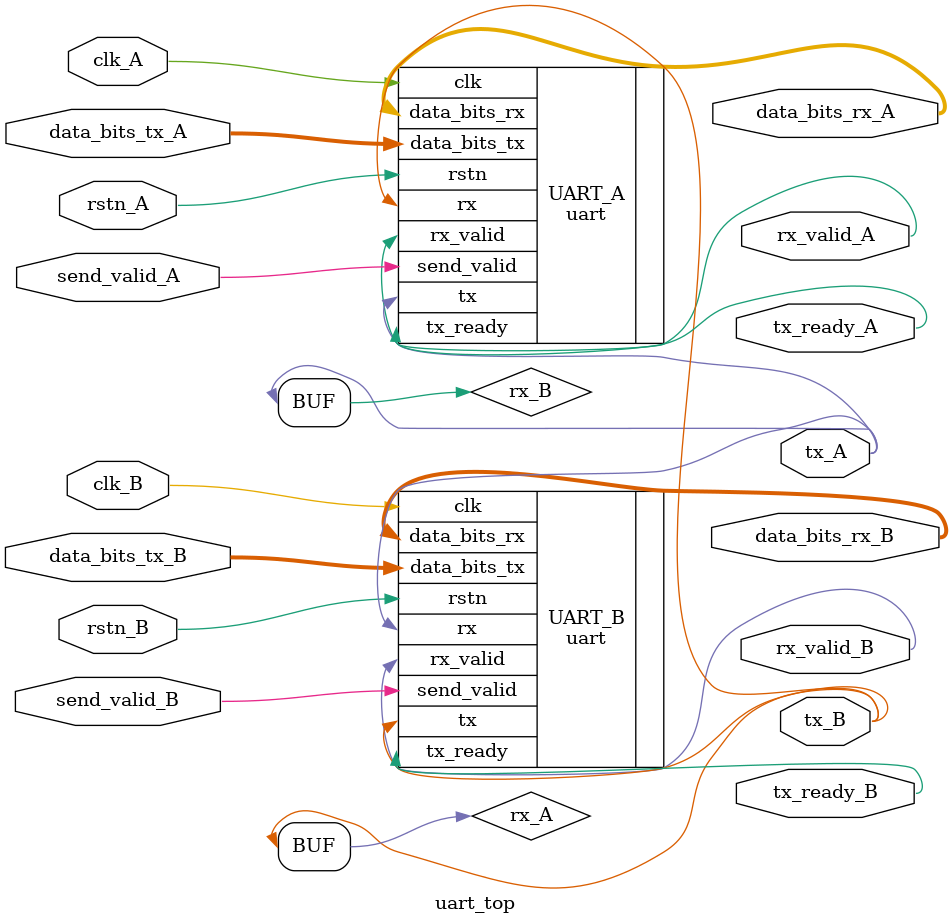
<source format=sv>
`timescale 1ns / 1ps


module uart_top #(
    parameter   
        WORD_SIZE = 8,  // 8 bits per word
        PULSE_WIDTH = 4, // PULSE_WIDTH = CLOCK_FREQ/BAUD, CLOCK_FREQ = 100000000, BAUD = 115200, CLK_PERIOD = 10
        PACKET_SIZE = 10 // start, word, stop      
    )(
    input logic clk_A, clk_B, rstn_A, rstn_B,
    input logic [WORD_SIZE-1:0] data_bits_tx_A, data_bits_tx_B,
    input logic send_valid_A, send_valid_B, // rx_A, rx_B,
    output logic tx_ready_A, tx_ready_B, tx_A, tx_B, rx_valid_A, rx_valid_B,
    output logic [WORD_SIZE-1:0] data_bits_rx_A, data_bits_rx_B
    );
    
    // logic tx_A, tx_B, rx_valid_A, rx_valid_B;
    logic rx_A, rx_B;
    
    uart #(.WORD_SIZE(WORD_SIZE),
           .PULSE_WIDTH(PULSE_WIDTH),
           .PACKET_SIZE(PACKET_SIZE)
           ) 
           UART_A (
            .clk(clk_A), .rstn(rstn_A),
            .send_valid(send_valid_A), .data_bits_tx(data_bits_tx_A),
            .tx_ready(tx_ready_A), .tx(tx_A),
            .rx(rx_A), .data_bits_rx(data_bits_rx_A), .rx_valid(rx_valid_A)
        );
        
    uart #(.WORD_SIZE(WORD_SIZE),
           .PULSE_WIDTH(PULSE_WIDTH),
           .PACKET_SIZE(PACKET_SIZE)
           ) 
           UART_B (
            .clk(clk_B), .rstn(rstn_B),
            .send_valid(send_valid_B), .data_bits_tx(data_bits_tx_B),
            .tx_ready(tx_ready_B), .tx(tx_B),
            .rx(rx_B), .data_bits_rx(data_bits_rx_B), .rx_valid(rx_valid_B)
        );
    
    assign rx_A = tx_B;
    assign rx_B = tx_A;
    
    
endmodule

</source>
